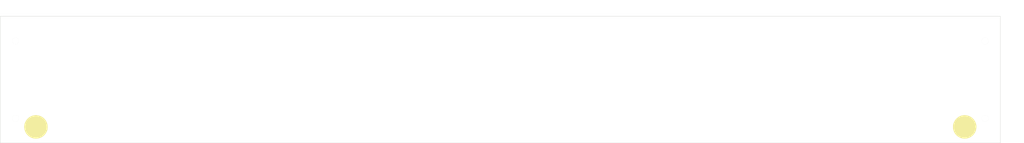
<source format=kicad_pcb>
(kicad_pcb (version 20171130) (host pcbnew "(5.1.5)-3")

  (general
    (thickness 3)
    (drawings 10)
    (tracks 0)
    (zones 0)
    (modules 4)
    (nets 1)
  )

  (page A3)
  (layers
    (0 F.Cu signal)
    (31 B.Cu signal)
    (32 B.Adhes user)
    (33 F.Adhes user)
    (34 B.Paste user)
    (35 F.Paste user)
    (36 B.SilkS user)
    (37 F.SilkS user)
    (38 B.Mask user)
    (39 F.Mask user)
    (40 Dwgs.User user)
    (41 Cmts.User user)
    (42 Eco1.User user)
    (43 Eco2.User user)
    (44 Edge.Cuts user)
    (45 Margin user)
    (46 B.CrtYd user)
    (47 F.CrtYd user)
    (48 B.Fab user)
    (49 F.Fab user)
  )

  (setup
    (last_trace_width 0.25)
    (user_trace_width 0.5)
    (trace_clearance 0.2)
    (zone_clearance 0.508)
    (zone_45_only no)
    (trace_min 0.2)
    (via_size 0.8)
    (via_drill 0.4)
    (via_min_size 0.4)
    (via_min_drill 0.3)
    (uvia_size 0.3)
    (uvia_drill 0.1)
    (uvias_allowed no)
    (uvia_min_size 0.2)
    (uvia_min_drill 0.1)
    (edge_width 0.1)
    (segment_width 0.2)
    (pcb_text_width 0.3)
    (pcb_text_size 1.5 1.5)
    (mod_edge_width 0.15)
    (mod_text_size 1 1)
    (mod_text_width 0.15)
    (pad_size 2.2 2.2)
    (pad_drill 2.2)
    (pad_to_mask_clearance 0)
    (solder_mask_min_width 0.25)
    (aux_axis_origin 0 0)
    (visible_elements 7FFFFFFF)
    (pcbplotparams
      (layerselection 0x01020_7ffffffe)
      (usegerberextensions true)
      (usegerberattributes false)
      (usegerberadvancedattributes false)
      (creategerberjobfile false)
      (excludeedgelayer false)
      (linewidth 0.100000)
      (plotframeref false)
      (viasonmask false)
      (mode 1)
      (useauxorigin false)
      (hpglpennumber 1)
      (hpglpenspeed 20)
      (hpglpendiameter 15.000000)
      (psnegative false)
      (psa4output false)
      (plotreference true)
      (plotvalue true)
      (plotinvisibletext false)
      (padsonsilk false)
      (subtractmaskfromsilk false)
      (outputformat 4)
      (mirror false)
      (drillshape 0)
      (scaleselection 1)
      (outputdirectory "C:/Users/サリチル酸/Desktop/"))
  )

  (net 0 "")

  (net_class Default "これはデフォルトのネット クラスです。"
    (clearance 0.2)
    (trace_width 0.25)
    (via_dia 0.8)
    (via_drill 0.4)
    (uvia_dia 0.3)
    (uvia_drill 0.1)
  )

  (module kbd:HOLE_m2_a (layer F.Cu) (tedit 5DA73E67) (tstamp 6052BC6F)
    (at 19.5 28)
    (descr "Mounting Hole 2.2mm, no annular, M2")
    (tags "mounting hole 2.2mm no annular m2")
    (autoplace_cost90 1)
    (attr virtual)
    (fp_text reference Ref** (at 0 -3.2) (layer F.Fab) hide
      (effects (font (size 1 1) (thickness 0.15)))
    )
    (fp_text value Val** (at 0 3.2) (layer F.Fab) hide
      (effects (font (size 1 1) (thickness 0.15)))
    )
    (fp_text user %R (at 0.3 0) (layer F.Fab) hide
      (effects (font (size 1 1) (thickness 0.15)))
    )
    (fp_circle (center 0 0) (end 1.1 0) (layer Edge.Cuts) (width 0.01))
  )

  (module kbd:HOLE_m2_a (layer F.Cu) (tedit 5DA73E67) (tstamp 6052BC74)
    (at 19.5 53.226)
    (descr "Mounting Hole 2.2mm, no annular, M2")
    (tags "mounting hole 2.2mm no annular m2")
    (attr virtual)
    (fp_text reference e (at 0 -3.2) (layer F.Fab) hide
      (effects (font (size 1 1) (thickness 0.15)))
    )
    (fp_text value Val** (at 0 3.2) (layer F.Fab) hide
      (effects (font (size 1 1) (thickness 0.15)))
    )
    (fp_circle (center 0 0) (end 1.1 0) (layer Edge.Cuts) (width 0.01))
    (fp_text user %R (at 0.3 0) (layer F.Fab) hide
      (effects (font (size 1 1) (thickness 0.15)))
    )
  )

  (module kbd:HOLE_m2_a (layer F.Cu) (tedit 5DA73E67) (tstamp 6052BB8C)
    (at 335.25 53.226)
    (descr "Mounting Hole 2.2mm, no annular, M2")
    (tags "mounting hole 2.2mm no annular m2")
    (attr virtual)
    (fp_text reference Ref** (at 0 -3.2) (layer F.Fab) hide
      (effects (font (size 1 1) (thickness 0.15)))
    )
    (fp_text value Val** (at 0 3.2) (layer F.Fab) hide
      (effects (font (size 1 1) (thickness 0.15)))
    )
    (fp_text user %R (at 0.3 0) (layer F.Fab) hide
      (effects (font (size 1 1) (thickness 0.15)))
    )
    (fp_circle (center 0 0) (end 1.1 0) (layer Edge.Cuts) (width 0.01))
  )

  (module kbd:HOLE_m2_a (layer F.Cu) (tedit 5DA73E67) (tstamp 6052BB7C)
    (at 335.25 28)
    (descr "Mounting Hole 2.2mm, no annular, M2")
    (tags "mounting hole 2.2mm no annular m2")
    (autoplace_cost90 1)
    (attr virtual)
    (fp_text reference Ref** (at 0 -3.2) (layer F.Fab) hide
      (effects (font (size 1 1) (thickness 0.15)))
    )
    (fp_text value Val** (at 0 3.2) (layer F.Fab) hide
      (effects (font (size 1 1) (thickness 0.15)))
    )
    (fp_circle (center 0 0) (end 1.1 0) (layer Edge.Cuts) (width 0.01))
    (fp_text user %R (at 0.3 0) (layer F.Fab) hide
      (effects (font (size 1 1) (thickness 0.15)))
    )
  )

  (gr_circle (center 26.1375 56) (end 29.8875 56) (layer F.SilkS) (width 0.15) (tstamp 60E71BB7))
  (gr_poly (pts (xy 27.325 52.5) (xy 28.325 53) (xy 29.025 53.7) (xy 29.525 54.5) (xy 29.825 55.5) (xy 29.825 56.1) (xy 29.725 57.1) (xy 29.325 57.9) (xy 28.625 58.8) (xy 27.825 59.3) (xy 27.025 59.6) (xy 26.1375 59.75) (xy 25.225 59.6) (xy 24.425 59.3) (xy 23.825 58.9) (xy 23.225 58.3) (xy 22.825 57.7) (xy 22.525 56.9) (xy 22.3875 56) (xy 22.525 55) (xy 23.325 53.6) (xy 24.225 52.8) (xy 25.125 52.4) (xy 26.1375 52.25)) (layer F.SilkS) (width 0.1) (tstamp 60E71BB6))
  (gr_poly (pts (xy 329.8 52.5) (xy 330.8 53) (xy 331.5 53.7) (xy 332 54.5) (xy 332.3 55.5) (xy 332.3 56.1) (xy 332.2 57.1) (xy 331.8 57.9) (xy 331.1 58.8) (xy 330.3 59.3) (xy 329.5 59.6) (xy 328.6125 59.75) (xy 327.7 59.6) (xy 326.9 59.3) (xy 326.3 58.9) (xy 325.7 58.3) (xy 325.3 57.7) (xy 325 56.9) (xy 324.8625 56) (xy 325 55) (xy 325.8 53.6) (xy 326.7 52.8) (xy 327.6 52.4) (xy 328.6125 52.25)) (layer F.SilkS) (width 0.1))
  (gr_circle (center 328.6125 56) (end 332.3625 56) (layer F.SilkS) (width 0.15))
  (dimension 325.75 (width 0.15) (layer F.Fab)
    (gr_text "325.750 mm" (at 177.375 15.368751) (layer F.Fab)
      (effects (font (size 1 1) (thickness 0.15)))
    )
    (feature1 (pts (xy 14.5 20) (xy 14.5 16.08233)))
    (feature2 (pts (xy 340.25 20) (xy 340.25 16.08233)))
    (crossbar (pts (xy 340.25 16.668751) (xy 14.5 16.668751)))
    (arrow1a (pts (xy 14.5 16.668751) (xy 15.626504 16.08233)))
    (arrow1b (pts (xy 14.5 16.668751) (xy 15.626504 17.255172)))
    (arrow2a (pts (xy 340.25 16.668751) (xy 339.123496 16.08233)))
    (arrow2b (pts (xy 340.25 16.668751) (xy 339.123496 17.255172)))
  )
  (dimension 41.226 (width 0.15) (layer F.Fab)
    (gr_text "41.226 mm" (at 346.58125 40.613 90) (layer F.Fab)
      (effects (font (size 1 1) (thickness 0.15)))
    )
    (feature1 (pts (xy 340.25 20) (xy 345.867671 20)))
    (feature2 (pts (xy 340.25 61.226) (xy 345.867671 61.226)))
    (crossbar (pts (xy 345.28125 61.226) (xy 345.28125 20)))
    (arrow1a (pts (xy 345.28125 20) (xy 345.867671 21.126504)))
    (arrow1b (pts (xy 345.28125 20) (xy 344.694829 21.126504)))
    (arrow2a (pts (xy 345.28125 61.226) (xy 345.867671 60.099496)))
    (arrow2b (pts (xy 345.28125 61.226) (xy 344.694829 60.099496)))
  )
  (gr_line (start 14.5 20) (end 340.25 20) (layer Edge.Cuts) (width 0.1) (tstamp 605227A5))
  (gr_line (start 340.25 61.226) (end 340.25 20) (layer Edge.Cuts) (width 0.1))
  (gr_line (start 14.5 61.226) (end 340.25 61.226) (layer Edge.Cuts) (width 0.1))
  (gr_line (start 14.5 20) (end 14.5 61.226) (layer Edge.Cuts) (width 0.1))

)

</source>
